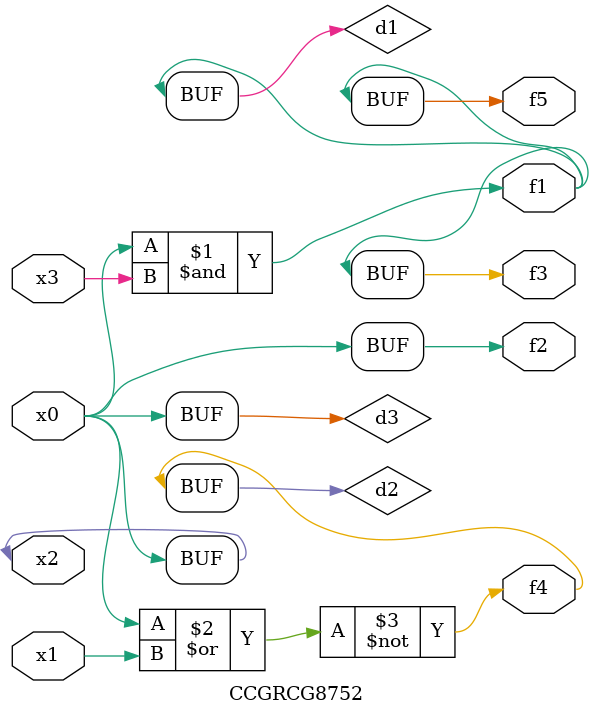
<source format=v>
module CCGRCG8752(
	input x0, x1, x2, x3,
	output f1, f2, f3, f4, f5
);

	wire d1, d2, d3;

	and (d1, x2, x3);
	nor (d2, x0, x1);
	buf (d3, x0, x2);
	assign f1 = d1;
	assign f2 = d3;
	assign f3 = d1;
	assign f4 = d2;
	assign f5 = d1;
endmodule

</source>
